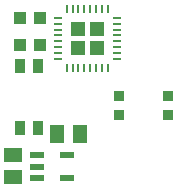
<source format=gbr>
G04 EAGLE Gerber RS-274X export*
G75*
%MOMM*%
%FSLAX34Y34*%
%LPD*%
%INSolderpaste Top*%
%IPPOS*%
%AMOC8*
5,1,8,0,0,1.08239X$1,22.5*%
G01*
%ADD10R,1.240000X1.500000*%
%ADD11R,1.500000X1.240000*%
%ADD12R,0.900000X0.900000*%
%ADD13R,0.250000X0.800000*%
%ADD14R,0.800000X0.250000*%
%ADD15R,1.143000X1.143000*%
%ADD16R,1.075000X1.000000*%
%ADD17R,1.200000X0.550000*%
%ADD18R,0.900000X1.200000*%


D10*
X183540Y-30480D03*
X202540Y-30480D03*
D11*
X146050Y-66650D03*
X146050Y-47650D03*
D12*
X277040Y2285D03*
X277040Y-13715D03*
X236040Y-13715D03*
X236040Y2285D03*
D13*
X226415Y75800D03*
X221415Y75800D03*
X216415Y75800D03*
X211415Y75800D03*
X206415Y75800D03*
X201415Y75800D03*
X196415Y75800D03*
X191415Y75800D03*
D14*
X183915Y68300D03*
X183915Y63300D03*
X183915Y58300D03*
X183915Y53300D03*
X183915Y48300D03*
X183915Y43300D03*
X183915Y38300D03*
X183915Y33300D03*
D13*
X191415Y25800D03*
X196415Y25800D03*
X201415Y25800D03*
X206415Y25800D03*
X211415Y25800D03*
X216415Y25800D03*
X221415Y25800D03*
X226415Y25800D03*
D14*
X233915Y33300D03*
X233915Y38300D03*
X233915Y43300D03*
X233915Y48300D03*
X233915Y53300D03*
X233915Y58300D03*
X233915Y63300D03*
X233915Y68300D03*
D15*
X200660Y59055D03*
X217170Y42545D03*
X217170Y59055D03*
X200660Y42545D03*
D16*
X169155Y67945D03*
X152155Y67945D03*
D17*
X166069Y-48285D03*
X166069Y-57785D03*
X166069Y-67285D03*
X192071Y-67285D03*
X192071Y-48285D03*
D16*
X169155Y45085D03*
X152155Y45085D03*
D18*
X166885Y-25230D03*
X151885Y-25230D03*
X166885Y27770D03*
X151885Y27770D03*
M02*

</source>
